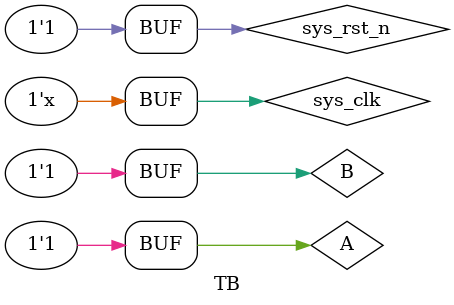
<source format=v>
`timescale 1ps/1ps

module TB();

reg sys_clk;
reg sys_rst_n;

reg A;
reg B;
wire Y;

initial begin
        sys_clk = 1'b0; //时钟为0
        sys_rst_n = 1'b0; //复位为0

        // initialize inputs
        A = 1'b0;
        B = 1'b0;

        #200 //等待200ns
        sys_rst_n = 1'b1; //复位为1
        A = 1'b1;
        B = 1'b0;

        #200 //等待200ns

        A = 1'b0;
        B = 1'b1;

        A = 1'b1;
        B = 1'b1;
        
end

always #10 sys_clk = ~sys_clk;

and_gate u_and_gate(
    .A(A),
    .B(B),
    .Y(Y)
);


endmodule
</source>
